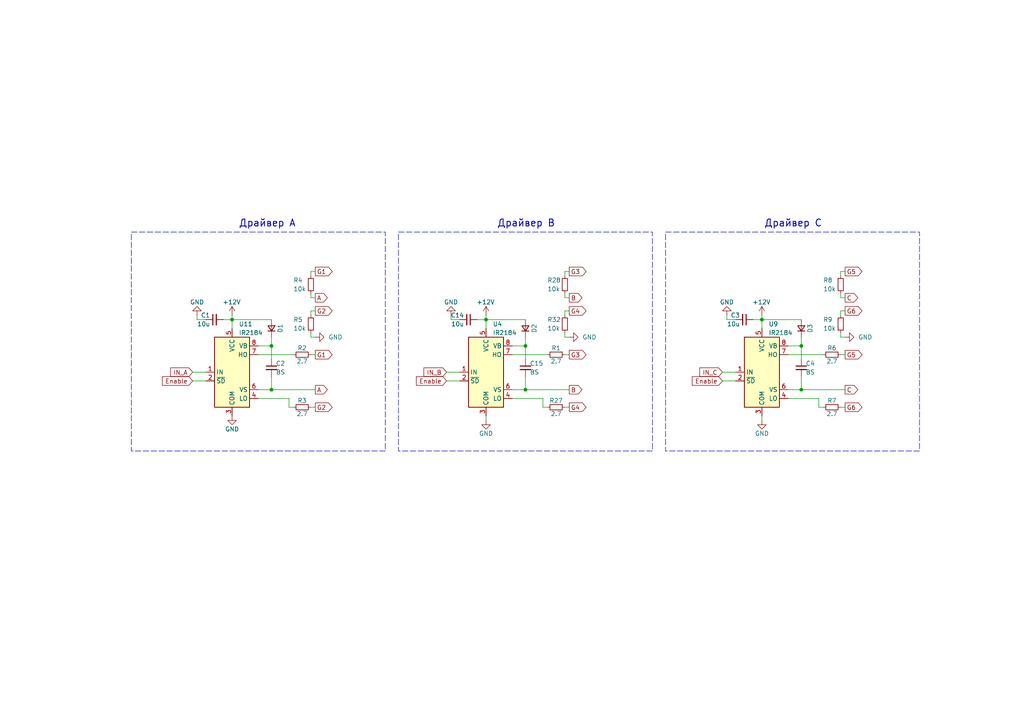
<source format=kicad_sch>
(kicad_sch (version 20230121) (generator eeschema)
  (paper "A4")
  (title_block (comment 1 "МПСТ.76721.758764.02.Э3.М"))
  (lib_symbols
    (symbol "Device:C_Small" (pin_numbers hide) (pin_names (offset 0.254) hide)
      (property "Reference" "C" (at 0.254 1.778 0))
      (property "Value" "C_Small" (at 0.254 -2.032 0))
      (symbol "C_Small_0_1"
        (polyline (pts (xy -1.524 -0.508) (xy 1.524 -0.508)) (stroke (width 0.3302)))
        (polyline (pts (xy -1.524 0.508) (xy 1.524 0.508)) (stroke (width 0.3048)))
      )
      (symbol "C_Small_1_1"
        (pin passive line (at 0 2.54 270) (length 2.032) (name "~") (number "1"))
        (pin passive line (at 0 -2.54 90) (length 2.032) (name "~") (number "2"))
      )
    )
    (symbol "Device:D_Small" (pin_numbers hide) (pin_names (offset 0.254) hide)
      (property "Reference" "D" (at -1.27 2.032 0))
      (property "Value" "D_Small" (at -3.81 -2.032 0))
      (symbol "D_Small_0_1"
        (polyline (pts (xy -0.762 -1.016) (xy -0.762 1.016)) (stroke (width 0.254)))
        (polyline (pts (xy -0.762 0) (xy 0.762 0)))
        (polyline (pts (xy 0.762 -1.016) (xy -0.762 0) (xy 0.762 1.016) (xy 0.762 -1.016)) (stroke (width 0.254)))
      )
      (symbol "D_Small_1_1"
        (pin passive line (at -2.54 0 0) (length 1.778) (name "K") (number "1"))
        (pin passive line (at 2.54 0 180) (length 1.778) (name "A") (number "2"))
      )
    )
    (symbol "Device:R_Small" (pin_numbers hide) (pin_names (offset 0.254) hide)
      (property "Reference" "R" (at 0.762 0.508 0))
      (property "Value" "R_Small" (at 0.762 -1.016 0))
      (symbol "R_Small_0_1"
        (rectangle (start -0.762 1.778) (end 0.762 -1.778) (stroke (width 0.2032)))
      )
      (symbol "R_Small_1_1"
        (pin passive line (at 0 2.54 270) (length 0.762) (name "~") (number "1"))
        (pin passive line (at 0 -2.54 90) (length 0.762) (name "~") (number "2"))
      )
    )
    (symbol "Driver_FET:IR2184"
      (property "Reference" "U" (at 1.27 13.335 0))
      (property "Value" "IR2184" (at 1.27 11.43 0))
      (symbol "IR2184_0_1"
        (rectangle (start -5.08 -10.16) (end 5.08 10.16) (stroke (width 0.254)) (fill (type background)))
      )
      (symbol "IR2184_1_1"
        (pin input line (at -7.62 0 0) (length 2.54) (name "IN") (number "1"))
        (pin input line (at -7.62 -2.54 0) (length 2.54) (name "~{SD}") (number "2"))
        (pin power_in line (at 0 -12.7 90) (length 2.54) (name "COM") (number "3"))
        (pin output line (at 7.62 -7.62 180) (length 2.54) (name "LO") (number "4"))
        (pin power_in line (at 0 12.7 270) (length 2.54) (name "VCC") (number "5"))
        (pin passive line (at 7.62 -5.08 180) (length 2.54) (name "VS") (number "6"))
        (pin output line (at 7.62 5.08 180) (length 2.54) (name "HO") (number "7"))
        (pin passive line (at 7.62 7.62 180) (length 2.54) (name "VB") (number "8"))
      )
    )
    (symbol "power:+12V" (power) (pin_names (offset 0))
      (property "Value" "+12V" (at 0 3.556 0))
      (symbol "+12V_0_1"
        (polyline (pts (xy -0.762 1.27) (xy 0 2.54)))
        (polyline (pts (xy 0 0) (xy 0 2.54)))
        (polyline (pts (xy 0 2.54) (xy 0.762 1.27)))
      )
      (symbol "+12V_1_1"
        (pin power_in line (at 0 0 90) (length 0) hide (name "+12V") (number "1"))
      )
    )
    (symbol "power:GND" (power) (pin_names (offset 0))
      (property "Value" "GND" (at 0 -3.81 0))
      (symbol "GND_0_1"
        (polyline (pts (xy 0 0) (xy 0 -1.27) (xy 1.27 -1.27) (xy 0 -2.54) (xy -1.27 -1.27) (xy 0 -1.27)))
      )
      (symbol "GND_1_1"
        (pin power_in line (at 0 0 270) (length 0) hide (name "GND") (number "1"))
      )
    )
  )
  (junction (at 232.41 100.33))
  (junction (at 152.4 100.33))
  (junction (at 152.4 113.03))
  (junction (at 232.41 113.03))
  (junction (at 220.98 92.71))
  (junction (at 78.74 113.03))
  (junction (at 67.31 92.71))
  (junction (at 140.97 92.71))
  (junction (at 78.74 100.33))
  (wire (pts (xy 130.81 92.71) (xy 133.35 92.71)))
  (wire (pts (xy 163.83 118.11) (xy 165.1 118.11)))
  (wire (pts (xy 228.6 100.33) (xy 232.41 100.33)))
  (wire (pts (xy 243.84 86.36) (xy 245.11 86.36)))
  (wire (pts (xy 78.74 97.79) (xy 78.74 100.33)))
  (wire (pts (xy 130.81 91.44) (xy 130.81 92.71)))
  (wire (pts (xy 129.54 110.49) (xy 133.35 110.49)))
  (wire (pts (xy 163.83 90.17) (xy 163.83 91.44)))
  (wire (pts (xy 228.6 113.03) (xy 232.41 113.03)))
  (wire (pts (xy 90.17 90.17) (xy 90.17 91.44)))
  (wire (pts (xy 91.44 78.74) (xy 90.17 78.74)))
  (wire (pts (xy 55.88 107.95) (xy 59.69 107.95)))
  (wire (pts (xy 74.93 100.33) (xy 78.74 100.33)))
  (wire (pts (xy 138.43 92.71) (xy 140.97 92.71)))
  (wire (pts (xy 152.4 109.22) (xy 152.4 113.03)))
  (wire (pts (xy 129.54 107.95) (xy 133.35 107.95)))
  (wire (pts (xy 90.17 85.09) (xy 90.17 86.36)))
  (wire (pts (xy 90.17 102.87) (xy 91.44 102.87)))
  (wire (pts (xy 91.44 90.17) (xy 90.17 90.17)))
  (wire (pts (xy 243.84 97.79) (xy 245.11 97.79)))
  (wire (pts (xy 163.83 102.87) (xy 165.1 102.87)))
  (wire (pts (xy 245.11 90.17) (xy 243.84 90.17)))
  (wire (pts (xy 140.97 92.71) (xy 140.97 95.25)))
  (wire (pts (xy 165.1 90.17) (xy 163.83 90.17)))
  (wire (pts (xy 165.1 78.74) (xy 163.83 78.74)))
  (wire (pts (xy 148.59 100.33) (xy 152.4 100.33)))
  (wire (pts (xy 232.41 113.03) (xy 245.11 113.03)))
  (wire (pts (xy 243.84 96.52) (xy 243.84 97.79)))
  (wire (pts (xy 74.93 102.87) (xy 85.09 102.87)))
  (wire (pts (xy 220.98 120.65) (xy 220.98 121.92)))
  (wire (pts (xy 232.41 100.33) (xy 232.41 104.14)))
  (wire (pts (xy 243.84 118.11) (xy 245.11 118.11)))
  (wire (pts (xy 152.4 97.79) (xy 152.4 100.33)))
  (wire (pts (xy 78.74 113.03) (xy 91.44 113.03)))
  (wire (pts (xy 243.84 102.87) (xy 245.11 102.87)))
  (wire (pts (xy 220.98 92.71) (xy 220.98 95.25)))
  (wire (pts (xy 163.83 85.09) (xy 163.83 86.36)))
  (wire (pts (xy 83.82 118.11) (xy 83.82 115.57)))
  (wire (pts (xy 90.17 96.52) (xy 90.17 97.79)))
  (wire (pts (xy 90.17 86.36) (xy 91.44 86.36)))
  (wire (pts (xy 163.83 97.79) (xy 165.1 97.79)))
  (wire (pts (xy 57.15 92.71) (xy 59.69 92.71)))
  (wire (pts (xy 237.49 118.11) (xy 238.76 118.11)))
  (wire (pts (xy 140.97 120.65) (xy 140.97 121.92)))
  (wire (pts (xy 220.98 91.44) (xy 220.98 92.71)))
  (wire (pts (xy 157.48 115.57) (xy 148.59 115.57)))
  (wire (pts (xy 148.59 102.87) (xy 158.75 102.87)))
  (wire (pts (xy 140.97 92.71) (xy 152.4 92.71)))
  (wire (pts (xy 157.48 118.11) (xy 157.48 115.57)))
  (wire (pts (xy 163.83 86.36) (xy 165.1 86.36)))
  (wire (pts (xy 140.97 91.44) (xy 140.97 92.71)))
  (wire (pts (xy 163.83 96.52) (xy 163.83 97.79)))
  (wire (pts (xy 210.82 92.71) (xy 213.36 92.71)))
  (wire (pts (xy 245.11 78.74) (xy 243.84 78.74)))
  (wire (pts (xy 64.77 92.71) (xy 67.31 92.71)))
  (wire (pts (xy 78.74 100.33) (xy 78.74 104.14)))
  (wire (pts (xy 83.82 118.11) (xy 85.09 118.11)))
  (wire (pts (xy 152.4 100.33) (xy 152.4 104.14)))
  (wire (pts (xy 67.31 92.71) (xy 78.74 92.71)))
  (wire (pts (xy 67.31 91.44) (xy 67.31 92.71)))
  (wire (pts (xy 220.98 92.71) (xy 232.41 92.71)))
  (wire (pts (xy 83.82 115.57) (xy 74.93 115.57)))
  (wire (pts (xy 78.74 109.22) (xy 78.74 113.03)))
  (wire (pts (xy 232.41 109.22) (xy 232.41 113.03)))
  (wire (pts (xy 228.6 102.87) (xy 238.76 102.87)))
  (wire (pts (xy 163.83 78.74) (xy 163.83 80.01)))
  (wire (pts (xy 210.82 91.44) (xy 210.82 92.71)))
  (wire (pts (xy 209.55 110.49) (xy 213.36 110.49)))
  (wire (pts (xy 148.59 113.03) (xy 152.4 113.03)))
  (wire (pts (xy 237.49 115.57) (xy 228.6 115.57)))
  (wire (pts (xy 152.4 113.03) (xy 165.1 113.03)))
  (wire (pts (xy 90.17 78.74) (xy 90.17 80.01)))
  (wire (pts (xy 57.15 91.44) (xy 57.15 92.71)))
  (wire (pts (xy 243.84 85.09) (xy 243.84 86.36)))
  (wire (pts (xy 157.48 118.11) (xy 158.75 118.11)))
  (wire (pts (xy 232.41 97.79) (xy 232.41 100.33)))
  (wire (pts (xy 209.55 107.95) (xy 213.36 107.95)))
  (wire (pts (xy 243.84 90.17) (xy 243.84 91.44)))
  (wire (pts (xy 237.49 118.11) (xy 237.49 115.57)))
  (wire (pts (xy 90.17 118.11) (xy 91.44 118.11)))
  (wire (pts (xy 243.84 78.74) (xy 243.84 80.01)))
  (wire (pts (xy 67.31 95.25) (xy 67.31 92.71)))
  (wire (pts (xy 74.93 113.03) (xy 78.74 113.03)))
  (wire (pts (xy 90.17 97.79) (xy 91.44 97.79)))
  (wire (pts (xy 218.44 92.71) (xy 220.98 92.71)))
  (wire (pts (xy 55.88 110.49) (xy 59.69 110.49)))
  (rectangle (start 193.04 67.31) (end 266.7 130.81) (stroke (width 0) (type dash)))
  (rectangle (start 38.1 67.31) (end 111.76 130.81) (stroke (width 0) (type dash)))
  (rectangle (start 115.57 67.31) (end 189.23 130.81) (stroke (width 0) (type dash)))
  (text "Драйвер С" (at 221.615 66.04 0) (effects (font (size 2 2) (thickness 0.254) bold) (justify left bottom)))
  (text "Драйвер А" (at 69.215 66.04 0) (effects (font (size 2 2) (thickness 0.254) bold) (justify left bottom)))
  (text "Драйвер В" (at 144.145 66.04 0) (effects (font (size 2 2) (thickness 0.254) bold) (justify left bottom)))
  (global_label "IN_A" (shape input) (at 55.88 107.95 180) (property "Intersheetrefs" "${INTERSHEET_REFS}" (effects hide)))
  (global_label "G4" (shape output) (at 165.1 118.11 0) (property "Intersheetrefs" "${INTERSHEET_REFS}" (effects hide)))
  (global_label "G5" (shape output) (at 245.11 102.87 0) (property "Intersheetrefs" "${INTERSHEET_REFS}" (effects hide)))
  (global_label "B" (shape output) (at 165.1 113.03 0) (property "Intersheetrefs" "${INTERSHEET_REFS}" (effects hide)))
  (global_label "G4" (shape output) (at 165.1 90.17 0) (property "Intersheetrefs" "${INTERSHEET_REFS}" (effects hide)))
  (global_label "A" (shape output) (at 91.44 113.03 0) (property "Intersheetrefs" "${INTERSHEET_REFS}" (effects hide)))
  (global_label "IN_B" (shape input) (at 129.54 107.95 180) (property "Intersheetrefs" "${INTERSHEET_REFS}" (effects hide)))
  (global_label "IN_C" (shape input) (at 209.55 107.95 180) (property "Intersheetrefs" "${INTERSHEET_REFS}" (effects hide)))
  (global_label "G3" (shape output) (at 165.1 78.74 0) (property "Intersheetrefs" "${INTERSHEET_REFS}" (effects hide)))
  (global_label "G2" (shape output) (at 91.44 90.17 0) (property "Intersheetrefs" "${INTERSHEET_REFS}" (effects hide)))
  (global_label "G1" (shape output) (at 91.44 102.87 0) (property "Intersheetrefs" "${INTERSHEET_REFS}" (effects hide)))
  (global_label "Enable" (shape input) (at 55.88 110.49 180) (property "Intersheetrefs" "${INTERSHEET_REFS}" (effects hide)))
  (global_label "G6" (shape output) (at 245.11 90.17 0) (property "Intersheetrefs" "${INTERSHEET_REFS}" (effects hide)))
  (global_label "Enable" (shape input) (at 129.54 110.49 180) (property "Intersheetrefs" "${INTERSHEET_REFS}" (effects hide)))
  (global_label "G6" (shape output) (at 245.11 118.11 0) (property "Intersheetrefs" "${INTERSHEET_REFS}" (effects hide)))
  (global_label "G5" (shape output) (at 245.11 78.74 0) (property "Intersheetrefs" "${INTERSHEET_REFS}" (effects hide)))
  (global_label "G2" (shape output) (at 91.44 118.11 0) (property "Intersheetrefs" "${INTERSHEET_REFS}" (effects hide)))
  (global_label "C" (shape output) (at 245.11 113.03 0) (property "Intersheetrefs" "${INTERSHEET_REFS}" (effects hide)))
  (global_label "A" (shape output) (at 91.44 86.36 0) (property "Intersheetrefs" "${INTERSHEET_REFS}" (effects hide)))
  (global_label "Enable" (shape input) (at 209.55 110.49 180) (property "Intersheetrefs" "${INTERSHEET_REFS}" (effects hide)))
  (global_label "G3" (shape output) (at 165.1 102.87 0) (property "Intersheetrefs" "${INTERSHEET_REFS}" (effects hide)))
  (global_label "B" (shape output) (at 165.1 86.36 0) (property "Intersheetrefs" "${INTERSHEET_REFS}" (effects hide)))
  (global_label "G1" (shape output) (at 91.44 78.74 0) (property "Intersheetrefs" "${INTERSHEET_REFS}" (effects hide)))
  (global_label "C" (shape output) (at 245.11 86.36 0) (property "Intersheetrefs" "${INTERSHEET_REFS}" (effects hide)))
  (symbol (lib_id "Device:R_Small") (at 241.3 118.11 90) (unit 1)
    (property "Reference" "R7" (at 241.3 116.205 90))
    (property "Value" "2.7" (at 241.3 120.015 90))
    (property "Footprint" "Resistor_SMD:R_0805_2012Metric_Pad1.20x1.40mm_HandSolder" (effects hide))
    (instances (project "Плата управления" (path "" (reference "R7") (unit 1)) (path "" (reference "R16") (unit 1))) (project "Силовая плата" (path "" (reference "R14") (unit 1)) (path "" (reference "R14") (unit 1)) (path "" (reference "R20") (unit 1))))
  )
  (symbol (lib_id "Device:R_Small") (at 243.84 93.98 180) (unit 1)
    (property "Reference" "R9" (at 238.76 92.71 0) (effects (justify right)))
    (property "Value" "10k" (at 238.76 95.25 0) (effects (justify right)))
    (property "Footprint" "Resistor_SMD:R_0603_1608Metric_Pad0.98x0.95mm_HandSolder" (effects hide))
    (instances (project "Плата управления" (path "" (reference "R9") (unit 1)) (path "" (reference "R18") (unit 1))) (project "Силовая плата" (path "" (reference "R7") (unit 1))))
  )
  (symbol (lib_id "Device:C_Small") (at 135.89 92.71 270) (unit 1)
    (property "Reference" "C14" (at 134.62 91.44 90) (effects (justify right)))
    (property "Value" "10u" (at 134.62 93.98 90) (effects (justify right)))
    (property "Footprint" "Capacitor_SMD:C_0603_1608Metric_Pad1.08x0.95mm_HandSolder" (effects hide))
    (instances (project "Плата управления" (path "" (reference "C14") (unit 1)) (path "" (reference "C7") (unit 1))) (project "Силовая плата" (path "" (reference "C5") (unit 1)) (path "" (reference "C4") (unit 1)) (path "" (reference "C11") (unit 1))))
  )
  (symbol (lib_id "power:GND") (at 220.98 121.92 0) (unit 1)
    (property "Reference" "#PWR09" (effects hide))
    (property "Value" "GND" (at 220.98 125.73 0))
    (instances (project "Плата управления" (path "" (reference "#PWR09") (unit 1)) (path "" (reference "#PWR021") (unit 1))) (project "Силовая плата" (path "" (reference "#PWR029") (unit 1))))
  )
  (symbol (lib_id "Driver_FET:IR2184") (at 140.97 107.95 0) (unit 1)
    (property "Reference" "U4" (at 142.9259 93.98 0) (effects (justify left)))
    (property "Value" "IR2184" (at 142.9259 96.52 0) (effects (justify left)))
    (property "Footprint" "Package_SO:SO-8_3.9x4.9mm_P1.27mm" (effects hide))
    (property "Datasheet" "https://www.infineon.com/dgdl/ir2184.pdf?fileId=5546d462533600a4015355c955e616d4" (effects hide))
  )
  (symbol (lib_id "power:GND") (at 67.31 120.65 0) (unit 1)
    (property "Reference" "#PWR05" (effects hide))
    (property "Value" "GND" (at 67.31 124.46 0))
    (instances (project "Плата управления" (path "" (reference "#PWR05") (unit 1)) (path "" (reference "#PWR021") (unit 1))) (project "Силовая плата" (path "" (reference "#PWR029") (unit 1))))
  )
  (symbol (lib_id "Device:R_Small") (at 90.17 82.55 180) (unit 1)
    (property "Reference" "R4" (at 85.09 81.28 0) (effects (justify right)))
    (property "Value" "10k" (at 85.09 83.82 0) (effects (justify right)))
    (property "Footprint" "Resistor_SMD:R_0603_1608Metric_Pad0.98x0.95mm_HandSolder" (effects hide))
    (instances (project "Плата управления" (path "" (reference "R4") (unit 1)) (path "" (reference "R17") (unit 1))) (project "Силовая плата" (path "" (reference "R6") (unit 1))))
  )
  (symbol (lib_id "Device:D_Small") (at 232.41 95.25 90) (unit 1)
    (property "Reference" "D3" (at 234.95 95.25 0))
    (property "Value" "D_Small" (effects hide))
    (property "Footprint" "Diode_SMD:D_SOD-323" (effects hide))
    (property "Sim.Device" "D" (effects hide))
    (property "Sim.Pins" "1=K 2=A" (effects hide))
    (instances (project "Плата управления" (path "" (reference "D3") (unit 1)) (path "" (reference "D7") (unit 1))) (project "Силовая плата" (path "" (reference "D1") (unit 1)) (path "" (reference "D1") (unit 1)) (path "" (reference "D4") (unit 1))))
  )
  (symbol (lib_id "Device:R_Small") (at 161.29 118.11 90) (unit 1)
    (property "Reference" "R27" (at 161.29 116.205 90))
    (property "Value" "2.7" (at 161.29 120.015 90))
    (property "Footprint" "Resistor_SMD:R_0805_2012Metric_Pad1.20x1.40mm_HandSolder" (effects hide))
    (instances (project "Плата управления" (path "" (reference "R27") (unit 1)) (path "" (reference "R16") (unit 1))) (project "Силовая плата" (path "" (reference "R14") (unit 1)) (path "" (reference "R14") (unit 1)) (path "" (reference "R20") (unit 1))))
  )
  (symbol (lib_id "Device:R_Small") (at 87.63 102.87 90) (unit 1)
    (property "Reference" "R2" (at 87.63 100.965 90))
    (property "Value" "2.7" (at 87.63 104.775 90))
    (property "Footprint" "Resistor_SMD:R_0805_2012Metric_Pad1.20x1.40mm_HandSolder" (effects hide))
    (instances (project "Плата управления" (path "" (reference "R2") (unit 1)) (path "" (reference "R15") (unit 1))) (project "Силовая плата" (path "" (reference "R13") (unit 1)) (path "" (reference "R13") (unit 1)) (path "" (reference "R19") (unit 1))))
  )
  (symbol (lib_id "power:+12V") (at 140.97 91.44 0) (unit 1)
    (property "Reference" "#PWR067" (effects hide))
    (property "Value" "+12V" (at 143.51 87.63 0) (effects (justify right)))
    (instances (project "Плата управления" (path "" (reference "#PWR067") (unit 1)) (path "" (reference "#PWR018") (unit 1))) (project "Силовая плата" (path "" (reference "#PWR030") (unit 1))))
  )
  (symbol (lib_id "power:GND") (at 91.44 97.79 90) (unit 1)
    (property "Reference" "#PWR06" (effects hide))
    (property "Value" "GND" (at 95.25 97.79 90) (effects (justify right)))
    (instances (project "Плата управления" (path "" (reference "#PWR06") (unit 1)) (path "" (reference "#PWR022") (unit 1))) (project "Силовая плата" (path "" (reference "#PWR047") (unit 1))))
  )
  (symbol (lib_id "power:GND") (at 140.97 121.92 0) (unit 1)
    (property "Reference" "#PWR066" (effects hide))
    (property "Value" "GND" (at 140.97 125.73 0))
    (instances (project "Плата управления" (path "" (reference "#PWR066") (unit 1)) (path "" (reference "#PWR021") (unit 1))) (project "Силовая плата" (path "" (reference "#PWR029") (unit 1))))
  )
  (symbol (lib_id "Device:C_Small") (at 215.9 92.71 270) (unit 1)
    (property "Reference" "C3" (at 214.63 91.44 90) (effects (justify right)))
    (property "Value" "10u" (at 214.63 93.98 90) (effects (justify right)))
    (property "Footprint" "Capacitor_SMD:C_0603_1608Metric_Pad1.08x0.95mm_HandSolder" (effects hide))
    (instances (project "Плата управления" (path "" (reference "C3") (unit 1)) (path "" (reference "C7") (unit 1))) (project "Силовая плата" (path "" (reference "C5") (unit 1)) (path "" (reference "C4") (unit 1)) (path "" (reference "C11") (unit 1))))
  )
  (symbol (lib_id "Device:R_Small") (at 241.3 102.87 90) (unit 1)
    (property "Reference" "R6" (at 241.3 100.965 90))
    (property "Value" "2.7" (at 241.3 104.775 90))
    (property "Footprint" "Resistor_SMD:R_0805_2012Metric_Pad1.20x1.40mm_HandSolder" (effects hide))
    (instances (project "Плата управления" (path "" (reference "R6") (unit 1)) (path "" (reference "R15") (unit 1))) (project "Силовая плата" (path "" (reference "R13") (unit 1)) (path "" (reference "R13") (unit 1)) (path "" (reference "R19") (unit 1))))
  )
  (symbol (lib_id "Device:C_Small") (at 78.74 106.68 0) (unit 1)
    (property "Reference" "C2" (at 80.01 105.41 0) (effects (justify left)))
    (property "Value" "BS" (at 80.01 107.95 0) (effects (justify left)))
    (property "Footprint" "Capacitor_SMD:C_0805_2012Metric_Pad1.18x1.45mm_HandSolder" (effects hide))
    (instances (project "Плата управления" (path "" (reference "C2") (unit 1)) (path "" (reference "C8") (unit 1))) (project "Силовая плата" (path "" (reference "C4") (unit 1)) (path "" (reference "C5") (unit 1)) (path "" (reference "C12") (unit 1))))
  )
  (symbol (lib_id "Device:R_Small") (at 90.17 93.98 180) (unit 1)
    (property "Reference" "R5" (at 85.09 92.71 0) (effects (justify right)))
    (property "Value" "10k" (at 85.09 95.25 0) (effects (justify right)))
    (property "Footprint" "Resistor_SMD:R_0603_1608Metric_Pad0.98x0.95mm_HandSolder" (effects hide))
    (instances (project "Плата управления" (path "" (reference "R5") (unit 1)) (path "" (reference "R18") (unit 1))) (project "Силовая плата" (path "" (reference "R7") (unit 1))))
  )
  (symbol (lib_id "Device:R_Small") (at 161.29 102.87 90) (unit 1)
    (property "Reference" "R1" (at 161.29 100.965 90))
    (property "Value" "2.7" (at 161.29 104.775 90))
    (property "Footprint" "Resistor_SMD:R_0805_2012Metric_Pad1.20x1.40mm_HandSolder" (effects hide))
    (instances (project "Плата управления" (path "" (reference "R1") (unit 1)) (path "" (reference "R15") (unit 1))) (project "Силовая плата" (path "" (reference "R13") (unit 1)) (path "" (reference "R13") (unit 1)) (path "" (reference "R19") (unit 1))))
  )
  (symbol (lib_id "Device:R_Small") (at 87.63 118.11 90) (unit 1)
    (property "Reference" "R3" (at 87.63 116.205 90))
    (property "Value" "2.7" (at 87.63 120.015 90))
    (property "Footprint" "Resistor_SMD:R_0805_2012Metric_Pad1.20x1.40mm_HandSolder" (effects hide))
    (instances (project "Плата управления" (path "" (reference "R3") (unit 1)) (path "" (reference "R16") (unit 1))) (project "Силовая плата" (path "" (reference "R14") (unit 1)) (path "" (reference "R14") (unit 1)) (path "" (reference "R20") (unit 1))))
  )
  (symbol (lib_id "power:GND") (at 245.11 97.79 90) (unit 1)
    (property "Reference" "#PWR012" (effects hide))
    (property "Value" "GND" (at 248.92 97.79 90) (effects (justify right)))
    (instances (project "Плата управления" (path "" (reference "#PWR012") (unit 1)) (path "" (reference "#PWR022") (unit 1))) (project "Силовая плата" (path "" (reference "#PWR047") (unit 1))))
  )
  (symbol (lib_id "power:GND") (at 57.15 91.44 180) (unit 1)
    (property "Reference" "#PWR02" (effects hide))
    (property "Value" "GND" (at 57.15 87.63 0))
    (instances (project "Плата управления" (path "" (reference "#PWR02") (unit 1)) (path "" (reference "#PWR021") (unit 1))) (project "Силовая плата" (path "" (reference "#PWR029") (unit 1))))
  )
  (symbol (lib_id "power:GND") (at 165.1 97.79 90) (unit 1)
    (property "Reference" "#PWR069" (effects hide))
    (property "Value" "GND" (at 168.91 97.79 90) (effects (justify right)))
    (instances (project "Плата управления" (path "" (reference "#PWR069") (unit 1)) (path "" (reference "#PWR022") (unit 1))) (project "Силовая плата" (path "" (reference "#PWR047") (unit 1))))
  )
  (symbol (lib_id "Device:R_Small") (at 163.83 82.55 180) (unit 1)
    (property "Reference" "R28" (at 158.75 81.28 0) (effects (justify right)))
    (property "Value" "10k" (at 158.75 83.82 0) (effects (justify right)))
    (property "Footprint" "Resistor_SMD:R_0603_1608Metric_Pad0.98x0.95mm_HandSolder" (effects hide))
    (instances (project "Плата управления" (path "" (reference "R28") (unit 1)) (path "" (reference "R17") (unit 1))) (project "Силовая плата" (path "" (reference "R6") (unit 1))))
  )
  (symbol (lib_id "power:+12V") (at 67.31 91.44 0) (unit 1)
    (property "Reference" "#PWR01" (effects hide))
    (property "Value" "+12V" (at 69.85 87.63 0) (effects (justify right)))
    (instances (project "Плата управления" (path "" (reference "#PWR01") (unit 1)) (path "" (reference "#PWR018") (unit 1))) (project "Силовая плата" (path "" (reference "#PWR030") (unit 1))))
  )
  (symbol (lib_id "power:+12V") (at 220.98 91.44 0) (unit 1)
    (property "Reference" "#PWR010" (effects hide))
    (property "Value" "+12V" (at 223.52 87.63 0) (effects (justify right)))
    (instances (project "Плата управления" (path "" (reference "#PWR010") (unit 1)) (path "" (reference "#PWR018") (unit 1))) (project "Силовая плата" (path "" (reference "#PWR030") (unit 1))))
  )
  (symbol (lib_id "Device:D_Small") (at 152.4 95.25 90) (unit 1)
    (property "Reference" "D2" (at 154.94 95.25 0))
    (property "Value" "D_Small" (effects hide))
    (property "Footprint" "Diode_SMD:D_SOD-323" (effects hide))
    (property "Sim.Device" "D" (effects hide))
    (property "Sim.Pins" "1=K 2=A" (effects hide))
    (instances (project "Плата управления" (path "" (reference "D2") (unit 1)) (path "" (reference "D7") (unit 1))) (project "Силовая плата" (path "" (reference "D1") (unit 1)) (path "" (reference "D1") (unit 1)) (path "" (reference "D4") (unit 1))))
  )
  (symbol (lib_id "Device:C_Small") (at 232.41 106.68 0) (unit 1)
    (property "Reference" "C4" (at 233.68 105.41 0) (effects (justify left)))
    (property "Value" "BS" (at 233.68 107.95 0) (effects (justify left)))
    (property "Footprint" "Capacitor_SMD:C_0805_2012Metric_Pad1.18x1.45mm_HandSolder" (effects hide))
    (instances (project "Плата управления" (path "" (reference "C4") (unit 1)) (path "" (reference "C8") (unit 1))) (project "Силовая плата" (path "" (reference "C4") (unit 1)) (path "" (reference "C5") (unit 1)) (path "" (reference "C12") (unit 1))))
  )
  (symbol (lib_id "Device:R_Small") (at 163.83 93.98 180) (unit 1)
    (property "Reference" "R32" (at 158.75 92.71 0) (effects (justify right)))
    (property "Value" "10k" (at 158.75 95.25 0) (effects (justify right)))
    (property "Footprint" "Resistor_SMD:R_0603_1608Metric_Pad0.98x0.95mm_HandSolder" (effects hide))
    (instances (project "Плата управления" (path "" (reference "R32") (unit 1)) (path "" (reference "R18") (unit 1))) (project "Силовая плата" (path "" (reference "R7") (unit 1))))
  )
  (symbol (lib_id "power:GND") (at 210.82 91.44 180) (unit 1)
    (property "Reference" "#PWR07" (effects hide))
    (property "Value" "GND" (at 210.82 87.63 0))
    (instances (project "Плата управления" (path "" (reference "#PWR07") (unit 1)) (path "" (reference "#PWR020") (unit 1))) (project "Силовая плата" (path "" (reference "#PWR028") (unit 1))))
  )
  (symbol (lib_id "Device:D_Small") (at 78.74 95.25 90) (unit 1)
    (property "Reference" "D1" (at 81.28 95.25 0))
    (property "Value" "D_Small" (effects hide))
    (property "Footprint" "Diode_SMD:D_SOD-323" (effects hide))
    (property "Sim.Device" "D" (effects hide))
    (property "Sim.Pins" "1=K 2=A" (effects hide))
    (instances (project "Плата управления" (path "" (reference "D1") (unit 1)) (path "" (reference "D7") (unit 1))) (project "Силовая плата" (path "" (reference "D1") (unit 1)) (path "" (reference "D1") (unit 1)) (path "" (reference "D4") (unit 1))))
  )
  (symbol (lib_id "Device:C_Small") (at 152.4 106.68 0) (unit 1)
    (property "Reference" "C15" (at 153.67 105.41 0) (effects (justify left)))
    (property "Value" "BS" (at 153.67 107.95 0) (effects (justify left)))
    (property "Footprint" "Capacitor_SMD:C_0805_2012Metric_Pad1.18x1.45mm_HandSolder" (effects hide))
    (instances (project "Плата управления" (path "" (reference "C15") (unit 1)) (path "" (reference "C8") (unit 1))) (project "Силовая плата" (path "" (reference "C4") (unit 1)) (path "" (reference "C5") (unit 1)) (path "" (reference "C12") (unit 1))))
  )
  (symbol (lib_id "power:GND") (at 130.81 91.44 180) (unit 1)
    (property "Reference" "#PWR03" (effects hide))
    (property "Value" "GND" (at 130.81 87.63 0))
    (instances (project "Плата управления" (path "" (reference "#PWR03") (unit 1)) (path "" (reference "#PWR020") (unit 1))) (project "Силовая плата" (path "" (reference "#PWR028") (unit 1))))
  )
  (symbol (lib_id "Device:C_Small") (at 62.23 92.71 90) (unit 1)
    (property "Reference" "C1" (at 60.96 91.44 90) (effects (justify left)))
    (property "Value" "10u" (at 60.96 93.98 90) (effects (justify left)))
    (property "Footprint" "Capacitor_SMD:C_0603_1608Metric_Pad1.08x0.95mm_HandSolder" (effects hide))
    (instances (project "Плата управления" (path "" (reference "C1") (unit 1)) (path "" (reference "C8") (unit 1))) (project "Силовая плата" (path "" (reference "C4") (unit 1)) (path "" (reference "C5") (unit 1)) (path "" (reference "C12") (unit 1))))
  )
  (symbol (lib_id "Driver_FET:IR2184") (at 220.98 107.95 0) (unit 1)
    (property "Reference" "U9" (at 222.9359 93.98 0) (effects (justify left)))
    (property "Value" "IR2184" (at 222.9359 96.52 0) (effects (justify left)))
    (property "Footprint" "Package_SO:SO-8_3.9x4.9mm_P1.27mm" (effects hide))
    (property "Datasheet" "https://www.infineon.com/dgdl/ir2184.pdf?fileId=5546d462533600a4015355c955e616d4" (effects hide))
  )
  (symbol (lib_id "Device:R_Small") (at 243.84 82.55 180) (unit 1)
    (property "Reference" "R8" (at 238.76 81.28 0) (effects (justify right)))
    (property "Value" "10k" (at 238.76 83.82 0) (effects (justify right)))
    (property "Footprint" "Resistor_SMD:R_0603_1608Metric_Pad0.98x0.95mm_HandSolder" (effects hide))
    (instances (project "Плата управления" (path "" (reference "R8") (unit 1)) (path "" (reference "R17") (unit 1))) (project "Силовая плата" (path "" (reference "R6") (unit 1))))
  )
  (symbol (lib_id "Driver_FET:IR2184") (at 67.31 107.95 0) (unit 1)
    (property "Reference" "U11" (at 69.2659 93.98 0) (effects (justify left)))
    (property "Value" "IR2184" (at 69.2659 96.52 0) (effects (justify left)))
    (property "Footprint" "Package_SO:SO-8_3.9x4.9mm_P1.27mm" (effects hide))
    (property "Datasheet" "https://www.infineon.com/dgdl/ir2184.pdf?fileId=5546d462533600a4015355c955e616d4" (effects hide))
  )
)
</source>
